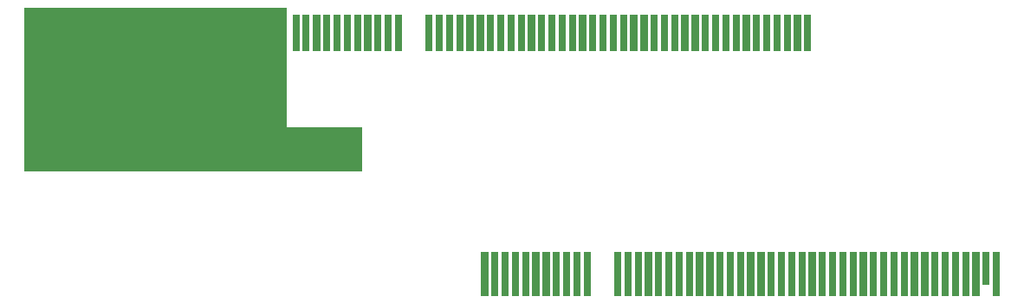
<source format=gtp>
G04 Layer: TopPasteMaskLayer*
G04 EasyEDA v6.4.25, 2021-10-11T08:22:16+08:00*
G04 810a2c9a40b449618898816b7f75cef1,119f753a6ce64b8d841f2ad33262ab0c,10*
G04 Gerber Generator version 0.2*
G04 Scale: 100 percent, Rotated: No, Reflected: No *
G04 Dimensions in millimeters *
G04 leading zeros omitted , absolute positions ,4 integer and 5 decimal *
%FSLAX45Y45*%
%MOMM*%

%ADD10C,0.0001*%

%LPD*%
G36*
X10621594Y-12464008D02*
G01*
X10691596Y-12464008D01*
X10691596Y-12824002D01*
X10621594Y-12824002D01*
G37*
G36*
X10718896Y-12464008D02*
G01*
X10788898Y-12464008D01*
X10788898Y-12824002D01*
X10718896Y-12824002D01*
G37*
G36*
X10821593Y-12464008D02*
G01*
X10891596Y-12464008D01*
X10891596Y-12824002D01*
X10821593Y-12824002D01*
G37*
G36*
X10921593Y-12464008D02*
G01*
X10991596Y-12464008D01*
X10991596Y-12824002D01*
X10921593Y-12824002D01*
G37*
G36*
X11021593Y-12464008D02*
G01*
X11091595Y-12464008D01*
X11091595Y-12824002D01*
X11021593Y-12824002D01*
G37*
G36*
X11121593Y-12464008D02*
G01*
X11191595Y-12464008D01*
X11191595Y-12824002D01*
X11121593Y-12824002D01*
G37*
G36*
X11221593Y-12464008D02*
G01*
X11291595Y-12464008D01*
X11291595Y-12824002D01*
X11221593Y-12824002D01*
G37*
G36*
X11321592Y-12464008D02*
G01*
X11391595Y-12464008D01*
X11391595Y-12824002D01*
X11321592Y-12824002D01*
G37*
G36*
X11421592Y-12464008D02*
G01*
X11491595Y-12464008D01*
X11491595Y-12824002D01*
X11421592Y-12824002D01*
G37*
G36*
X11521592Y-12464008D02*
G01*
X11591594Y-12464008D01*
X11591594Y-12824002D01*
X11521592Y-12824002D01*
G37*
G36*
X11621592Y-12464008D02*
G01*
X11691594Y-12464008D01*
X11691594Y-12824002D01*
X11621592Y-12824002D01*
G37*
G36*
X11921591Y-12464008D02*
G01*
X11991594Y-12464008D01*
X11991594Y-12824002D01*
X11921591Y-12824002D01*
G37*
G36*
X12021591Y-12464008D02*
G01*
X12091593Y-12464008D01*
X12091593Y-12824002D01*
X12021591Y-12824002D01*
G37*
G36*
X12121591Y-12464008D02*
G01*
X12191593Y-12464008D01*
X12191593Y-12824002D01*
X12121591Y-12824002D01*
G37*
G36*
X12221591Y-12464008D02*
G01*
X12291593Y-12464008D01*
X12291593Y-12824002D01*
X12221591Y-12824002D01*
G37*
G36*
X12321590Y-12464008D02*
G01*
X12391593Y-12464008D01*
X12391593Y-12824002D01*
X12321590Y-12824002D01*
G37*
G36*
X12421590Y-12464008D02*
G01*
X12491593Y-12464008D01*
X12491593Y-12824002D01*
X12421590Y-12824002D01*
G37*
G36*
X12521590Y-12464008D02*
G01*
X12591592Y-12464008D01*
X12591592Y-12824002D01*
X12521590Y-12824002D01*
G37*
G36*
X12621590Y-12464008D02*
G01*
X12691592Y-12464008D01*
X12691592Y-12824002D01*
X12621590Y-12824002D01*
G37*
G36*
X12721590Y-12464008D02*
G01*
X12791592Y-12464008D01*
X12791592Y-12824002D01*
X12721590Y-12824002D01*
G37*
G36*
X12821589Y-12464008D02*
G01*
X12891592Y-12464008D01*
X12891592Y-12824002D01*
X12821589Y-12824002D01*
G37*
G36*
X12921589Y-12464008D02*
G01*
X12991592Y-12464008D01*
X12991592Y-12824002D01*
X12921589Y-12824002D01*
G37*
G36*
X13021589Y-12464008D02*
G01*
X13091591Y-12464008D01*
X13091591Y-12824002D01*
X13021589Y-12824002D01*
G37*
G36*
X13121589Y-12464008D02*
G01*
X13191591Y-12464008D01*
X13191591Y-12824002D01*
X13121589Y-12824002D01*
G37*
G36*
X13221588Y-12464008D02*
G01*
X13291591Y-12464008D01*
X13291591Y-12824002D01*
X13221588Y-12824002D01*
G37*
G36*
X13321588Y-12464008D02*
G01*
X13391591Y-12464008D01*
X13391591Y-12824002D01*
X13321588Y-12824002D01*
G37*
G36*
X13421588Y-12464008D02*
G01*
X13491591Y-12464008D01*
X13491591Y-12824002D01*
X13421588Y-12824002D01*
G37*
G36*
X13521588Y-12464008D02*
G01*
X13591590Y-12464008D01*
X13591590Y-12824002D01*
X13521588Y-12824002D01*
G37*
G36*
X13621588Y-12464008D02*
G01*
X13691590Y-12464008D01*
X13691590Y-12824002D01*
X13621588Y-12824002D01*
G37*
G36*
X13721588Y-12464008D02*
G01*
X13791590Y-12464008D01*
X13791590Y-12824002D01*
X13721588Y-12824002D01*
G37*
G36*
X13821587Y-12464008D02*
G01*
X13891590Y-12464008D01*
X13891590Y-12824002D01*
X13821587Y-12824002D01*
G37*
G36*
X13921587Y-12464008D02*
G01*
X13991590Y-12464008D01*
X13991590Y-12824002D01*
X13921587Y-12824002D01*
G37*
G36*
X14021587Y-12464008D02*
G01*
X14091589Y-12464008D01*
X14091589Y-12824002D01*
X14021587Y-12824002D01*
G37*
G36*
X14121587Y-12464008D02*
G01*
X14191589Y-12464008D01*
X14191589Y-12824002D01*
X14121587Y-12824002D01*
G37*
G36*
X14221587Y-12464008D02*
G01*
X14291589Y-12464008D01*
X14291589Y-12824002D01*
X14221587Y-12824002D01*
G37*
G36*
X14321586Y-12464008D02*
G01*
X14391589Y-12464008D01*
X14391589Y-12824002D01*
X14321586Y-12824002D01*
G37*
G36*
X14421586Y-12464008D02*
G01*
X14491588Y-12464008D01*
X14491588Y-12824002D01*
X14421586Y-12824002D01*
G37*
G36*
X14521586Y-12464008D02*
G01*
X14591588Y-12464008D01*
X14591588Y-12824002D01*
X14521586Y-12824002D01*
G37*
G36*
X14621586Y-12464008D02*
G01*
X14691588Y-12464008D01*
X14691588Y-12824002D01*
X14621586Y-12824002D01*
G37*
G36*
X14721586Y-12464008D02*
G01*
X14791588Y-12464008D01*
X14791588Y-12824002D01*
X14721586Y-12824002D01*
G37*
G36*
X14821585Y-12464008D02*
G01*
X14891588Y-12464008D01*
X14891588Y-12824002D01*
X14821585Y-12824002D01*
G37*
G36*
X14921585Y-12464008D02*
G01*
X14991588Y-12464008D01*
X14991588Y-12824002D01*
X14921585Y-12824002D01*
G37*
G36*
X15021585Y-12464008D02*
G01*
X15091587Y-12464008D01*
X15091587Y-12824002D01*
X15021585Y-12824002D01*
G37*
G36*
X15121585Y-12464008D02*
G01*
X15191587Y-12464008D01*
X15191587Y-12824002D01*
X15121585Y-12824002D01*
G37*
G36*
X15221585Y-12464008D02*
G01*
X15291587Y-12464008D01*
X15291587Y-12824002D01*
X15221585Y-12824002D01*
G37*
G36*
X15321584Y-12464008D02*
G01*
X15391587Y-12464008D01*
X15391587Y-12824002D01*
X15321584Y-12824002D01*
G37*
G36*
X15421584Y-12464008D02*
G01*
X15491587Y-12464008D01*
X15491587Y-12824002D01*
X15421584Y-12824002D01*
G37*
G36*
X15521584Y-12464008D02*
G01*
X15591586Y-12464008D01*
X15591586Y-12824002D01*
X15521584Y-12824002D01*
G37*
G36*
X15621584Y-12464008D02*
G01*
X15691586Y-12464008D01*
X15691586Y-12824002D01*
X15621584Y-12824002D01*
G37*
G36*
X17464963Y-14784959D02*
G01*
X17534966Y-14784959D01*
X17534966Y-15214981D01*
X17464963Y-15214981D01*
G37*
G36*
X17364964Y-14784959D02*
G01*
X17434966Y-14784959D01*
X17434966Y-15104973D01*
X17364964Y-15104973D01*
G37*
G36*
X17264964Y-14784959D02*
G01*
X17334966Y-14784959D01*
X17334966Y-15214981D01*
X17264964Y-15214981D01*
G37*
G36*
X17164964Y-14784959D02*
G01*
X17234966Y-14784959D01*
X17234966Y-15214981D01*
X17164964Y-15214981D01*
G37*
G36*
X17064964Y-14784959D02*
G01*
X17134967Y-14784959D01*
X17134967Y-15214981D01*
X17064964Y-15214981D01*
G37*
G36*
X16964964Y-14784959D02*
G01*
X17034967Y-14784959D01*
X17034967Y-15214981D01*
X16964964Y-15214981D01*
G37*
G36*
X16864965Y-14784959D02*
G01*
X16934967Y-14784959D01*
X16934967Y-15214981D01*
X16864965Y-15214981D01*
G37*
G36*
X16764965Y-14784959D02*
G01*
X16834967Y-14784959D01*
X16834967Y-15214981D01*
X16764965Y-15214981D01*
G37*
G36*
X16664965Y-14784959D02*
G01*
X16734967Y-14784959D01*
X16734967Y-15214981D01*
X16664965Y-15214981D01*
G37*
G36*
X16564965Y-14784959D02*
G01*
X16634968Y-14784959D01*
X16634968Y-15214981D01*
X16564965Y-15214981D01*
G37*
G36*
X16464965Y-14784959D02*
G01*
X16534968Y-14784959D01*
X16534968Y-15214981D01*
X16464965Y-15214981D01*
G37*
G36*
X16364966Y-14784959D02*
G01*
X16434968Y-14784959D01*
X16434968Y-15214981D01*
X16364966Y-15214981D01*
G37*
G36*
X16264966Y-14784959D02*
G01*
X16334968Y-14784959D01*
X16334968Y-15214981D01*
X16264966Y-15214981D01*
G37*
G36*
X16164966Y-14784959D02*
G01*
X16234968Y-14784959D01*
X16234968Y-15214981D01*
X16164966Y-15214981D01*
G37*
G36*
X16064966Y-14784959D02*
G01*
X16134969Y-14784959D01*
X16134969Y-15214981D01*
X16064966Y-15214981D01*
G37*
G36*
X15964966Y-14784959D02*
G01*
X16034969Y-14784959D01*
X16034969Y-15214981D01*
X15964966Y-15214981D01*
G37*
G36*
X15864967Y-14784959D02*
G01*
X15934969Y-14784959D01*
X15934969Y-15214981D01*
X15864967Y-15214981D01*
G37*
G36*
X15764967Y-14784959D02*
G01*
X15834969Y-14784959D01*
X15834969Y-15214981D01*
X15764967Y-15214981D01*
G37*
G36*
X15664967Y-14784959D02*
G01*
X15734969Y-14784959D01*
X15734969Y-15214981D01*
X15664967Y-15214981D01*
G37*
G36*
X15564967Y-14784959D02*
G01*
X15634969Y-14784959D01*
X15634969Y-15214981D01*
X15564967Y-15214981D01*
G37*
G36*
X15464967Y-14784959D02*
G01*
X15534970Y-14784959D01*
X15534970Y-15214981D01*
X15464967Y-15214981D01*
G37*
G36*
X15364968Y-14784959D02*
G01*
X15434970Y-14784959D01*
X15434970Y-15214981D01*
X15364968Y-15214981D01*
G37*
G36*
X15264968Y-14784959D02*
G01*
X15334970Y-14784959D01*
X15334970Y-15214981D01*
X15264968Y-15214981D01*
G37*
G36*
X15164968Y-14784959D02*
G01*
X15234970Y-14784959D01*
X15234970Y-15214981D01*
X15164968Y-15214981D01*
G37*
G36*
X15064968Y-14784959D02*
G01*
X15134971Y-14784959D01*
X15134971Y-15214981D01*
X15064968Y-15214981D01*
G37*
G36*
X14964968Y-14784959D02*
G01*
X15034971Y-14784959D01*
X15034971Y-15214981D01*
X14964968Y-15214981D01*
G37*
G36*
X14864969Y-14784959D02*
G01*
X14934971Y-14784959D01*
X14934971Y-15214981D01*
X14864969Y-15214981D01*
G37*
G36*
X14764969Y-14784959D02*
G01*
X14834971Y-14784959D01*
X14834971Y-15214981D01*
X14764969Y-15214981D01*
G37*
G36*
X14664969Y-14784959D02*
G01*
X14734971Y-14784959D01*
X14734971Y-15214981D01*
X14664969Y-15214981D01*
G37*
G36*
X14564969Y-14784959D02*
G01*
X14634972Y-14784959D01*
X14634972Y-15214981D01*
X14564969Y-15214981D01*
G37*
G36*
X14464969Y-14784959D02*
G01*
X14534972Y-14784959D01*
X14534972Y-15214981D01*
X14464969Y-15214981D01*
G37*
G36*
X12464973Y-14784959D02*
G01*
X12534976Y-14784959D01*
X12534976Y-15214981D01*
X12464973Y-15214981D01*
G37*
G36*
X12564973Y-14784959D02*
G01*
X12634976Y-14784959D01*
X12634976Y-15214981D01*
X12564973Y-15214981D01*
G37*
G36*
X12664973Y-14784959D02*
G01*
X12734975Y-14784959D01*
X12734975Y-15214981D01*
X12664973Y-15214981D01*
G37*
G36*
X12764973Y-14784959D02*
G01*
X12834975Y-14784959D01*
X12834975Y-15214981D01*
X12764973Y-15214981D01*
G37*
G36*
X12864973Y-14784959D02*
G01*
X12934975Y-14784959D01*
X12934975Y-15214981D01*
X12864973Y-15214981D01*
G37*
G36*
X12964972Y-14784959D02*
G01*
X13034975Y-14784959D01*
X13034975Y-15214981D01*
X12964972Y-15214981D01*
G37*
G36*
X13064972Y-14784959D02*
G01*
X13134975Y-14784959D01*
X13134975Y-15214981D01*
X13064972Y-15214981D01*
G37*
G36*
X13164972Y-14784959D02*
G01*
X13234974Y-14784959D01*
X13234974Y-15214981D01*
X13164972Y-15214981D01*
G37*
G36*
X13264972Y-14784959D02*
G01*
X13334974Y-14784959D01*
X13334974Y-15214981D01*
X13264972Y-15214981D01*
G37*
G36*
X13364972Y-14784959D02*
G01*
X13434974Y-14784959D01*
X13434974Y-15214981D01*
X13364972Y-15214981D01*
G37*
G36*
X13464971Y-14784959D02*
G01*
X13534974Y-14784959D01*
X13534974Y-15214981D01*
X13464971Y-15214981D01*
G37*
G36*
X13964970Y-14784959D02*
G01*
X14034973Y-14784959D01*
X14034973Y-15214981D01*
X13964970Y-15214981D01*
G37*
G36*
X14064970Y-14784959D02*
G01*
X14134973Y-14784959D01*
X14134973Y-15214981D01*
X14064970Y-15214981D01*
G37*
G36*
X14164970Y-14784959D02*
G01*
X14234972Y-14784959D01*
X14234972Y-15214981D01*
X14164970Y-15214981D01*
G37*
G36*
X14264970Y-14784959D02*
G01*
X14334972Y-14784959D01*
X14334972Y-15214981D01*
X14264970Y-15214981D01*
G37*
G36*
X14364969Y-14784959D02*
G01*
X14434972Y-14784959D01*
X14434972Y-15214981D01*
X14364969Y-15214981D01*
G37*
G36*
X13764971Y-14784959D02*
G01*
X13834973Y-14784959D01*
X13834973Y-15214981D01*
X13764971Y-15214981D01*
G37*
G36*
X13864971Y-14784959D02*
G01*
X13934973Y-14784959D01*
X13934973Y-15214981D01*
X13864971Y-15214981D01*
G37*
G36*
X8001000Y-12395200D02*
G01*
X10566400Y-12395200D01*
X10566400Y-13995400D01*
X8001000Y-13995400D01*
G37*
G36*
X10363200Y-13563600D02*
G01*
X11303000Y-13563600D01*
X11303000Y-13995400D01*
X10363200Y-13995400D01*
G37*
M02*

</source>
